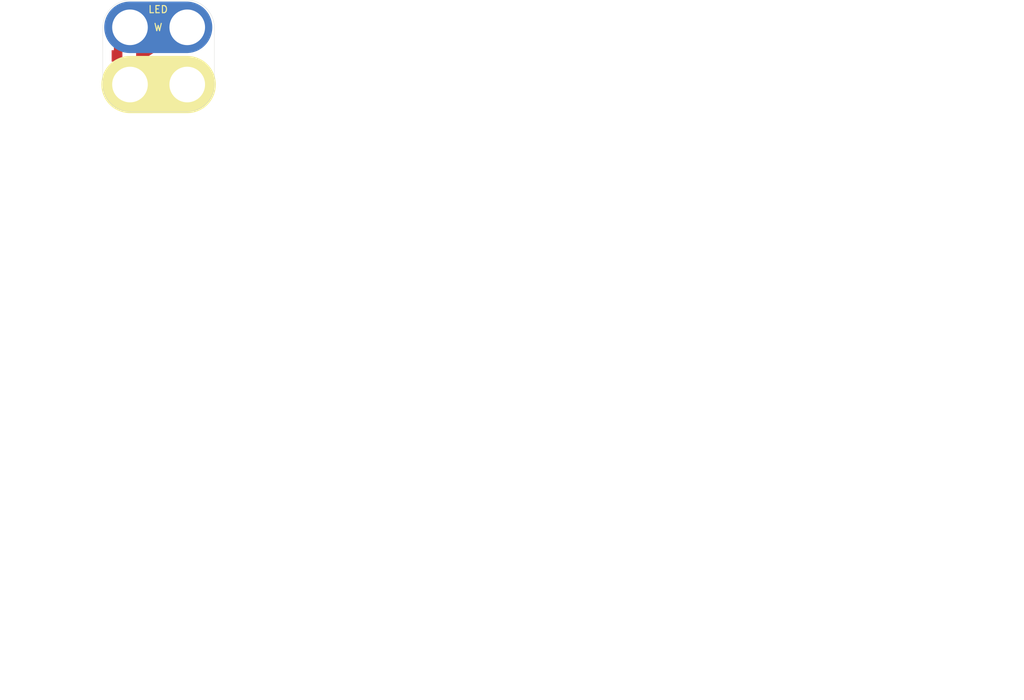
<source format=kicad_pcb>
(kicad_pcb (version 4) (host pcbnew 4.0.7-e2-6376~58~ubuntu16.04.1)

  (general
    (links 0)
    (no_connects 0)
    (area 0 0 0 0)
    (thickness 1.6)
    (drawings 2)
    (tracks 0)
    (zones 0)
    (modules 1)
    (nets 1)
  )

  (page USLetter)
  (title_block
    (title "2x2 Current-Limited White SMT LED Module")
    (date "08 May 2018")
    (rev 1.0)
    (company "All rights reserved.")
    (comment 1 help@browndoggadgets.com)
    (comment 2 http://browndoggadgets.com/)
    (comment 3 "Brown Dog Gadgets")
  )

  (layers
    (0 F.Cu signal)
    (31 B.Cu signal)
    (34 B.Paste user)
    (35 F.Paste user)
    (36 B.SilkS user)
    (37 F.SilkS user)
    (38 B.Mask user)
    (39 F.Mask user)
    (40 Dwgs.User user)
    (44 Edge.Cuts user)
    (46 B.CrtYd user)
    (47 F.CrtYd user)
    (48 B.Fab user)
    (49 F.Fab user)
  )

  (setup
    (last_trace_width 0.254)
    (user_trace_width 0.1524)
    (user_trace_width 0.254)
    (user_trace_width 0.3302)
    (user_trace_width 0.508)
    (user_trace_width 0.762)
    (user_trace_width 1.27)
    (trace_clearance 0.254)
    (zone_clearance 0.508)
    (zone_45_only no)
    (trace_min 0.1524)
    (segment_width 0.1524)
    (edge_width 0.1524)
    (via_size 0.6858)
    (via_drill 0.3302)
    (via_min_size 0.6858)
    (via_min_drill 0.3302)
    (user_via 0.6858 0.3302)
    (user_via 0.762 0.4064)
    (user_via 0.8636 0.508)
    (uvia_size 0.6858)
    (uvia_drill 0.3302)
    (uvias_allowed no)
    (uvia_min_size 0)
    (uvia_min_drill 0)
    (pcb_text_width 0.1524)
    (pcb_text_size 1.016 1.016)
    (mod_edge_width 0.1524)
    (mod_text_size 1.016 1.016)
    (mod_text_width 0.1524)
    (pad_size 1.524 1.524)
    (pad_drill 0.762)
    (pad_to_mask_clearance 0.0762)
    (solder_mask_min_width 0.1016)
    (pad_to_paste_clearance -0.0762)
    (aux_axis_origin 0 0)
    (visible_elements FFFEDF7D)
    (pcbplotparams
      (layerselection 0x310fc_80000001)
      (usegerberextensions true)
      (excludeedgelayer true)
      (linewidth 0.100000)
      (plotframeref false)
      (viasonmask false)
      (mode 1)
      (useauxorigin false)
      (hpglpennumber 1)
      (hpglpenspeed 20)
      (hpglpendiameter 15)
      (hpglpenoverlay 2)
      (psnegative false)
      (psa4output false)
      (plotreference true)
      (plotvalue true)
      (plotinvisibletext false)
      (padsonsilk false)
      (subtractmaskfromsilk false)
      (outputformat 1)
      (mirror false)
      (drillshape 0)
      (scaleselection 1)
      (outputdirectory gerbers))
  )

  (net 0 "")

  (net_class Default "This is the default net class."
    (clearance 0.254)
    (trace_width 0.254)
    (via_dia 0.6858)
    (via_drill 0.3302)
    (uvia_dia 0.6858)
    (uvia_drill 0.3302)
  )

  (module Crazy_Circuits:LED-SMT-1206-2x2-LIMITED (layer F.Cu) (tedit 595EEB3D) (tstamp 5AF330E2)
    (at 21.718 46.1)
    (descr "1206 surface mount centered 2x2")
    (path /5AF3312A)
    (fp_text reference LED1 (at 0 0) (layer F.SilkS)
      (effects (font (thickness 0.15)))
    )
    (fp_text value WHITE (at 4.1 -3.9) (layer F.Fab) hide
      (effects (font (size 1 1) (thickness 0.15)))
    )
    (fp_arc (start 0 0) (end 2.8 0) (angle 180) (layer F.Mask) (width 0.6))
    (fp_line (start 1.75 -4) (end 4 -5.5) (layer F.Cu) (width 1))
    (fp_line (start 3 -6.75) (end 3 -5.75) (layer F.Fab) (width 0.04064))
    (fp_line (start 5 -6.75) (end 3 -6.75) (layer F.Fab) (width 0.04064))
    (fp_line (start 5 -0.75) (end 5 -6.75) (layer F.Fab) (width 0.04064))
    (fp_line (start 3 -0.75) (end 5 -0.75) (layer F.Fab) (width 0.04064))
    (fp_line (start 3 -5.75) (end 3 -0.75) (layer F.Fab) (width 0.04064))
    (fp_line (start 3 -3) (end -3 -3) (layer F.Fab) (width 0.04064))
    (fp_line (start 3 -5) (end 3 -3) (layer F.Fab) (width 0.04064))
    (fp_line (start -3 -5) (end 3 -5) (layer F.Fab) (width 0.04064))
    (fp_line (start -3 -3) (end -3 -5) (layer F.Fab) (width 0.04064))
    (fp_text user - (at 4 -1.75) (layer F.Fab)
      (effects (font (size 1 1) (thickness 0.15)))
    )
    (fp_text user + (at 4 -5.75) (layer F.Fab)
      (effects (font (size 1 1) (thickness 0.15)))
    )
    (fp_text user LED (at 4 -3.75 90) (layer F.Fab)
      (effects (font (size 1 1) (thickness 0.15)))
    )
    (fp_text user RES (at 0 -4 180) (layer F.Fab)
      (effects (font (size 1 1) (thickness 0.15)))
    )
    (fp_line (start 0 0) (end 8 0) (layer F.SilkS) (width 8))
    (fp_text user %R (at 3.95 -4) (layer F.Fab) hide
      (effects (font (size 1 1) (thickness 0.15)))
    )
    (fp_line (start 0 0) (end 7.9 0) (layer B.Cu) (width 7.2))
    (fp_text user LED (at 3.936 -10.5 180) (layer F.SilkS)
      (effects (font (size 1 1) (thickness 0.15)))
    )
    (fp_line (start 0 0) (end 7.9 0) (layer B.Mask) (width 7.2))
    (fp_line (start 0 -8) (end 7.9 -8) (layer B.Cu) (width 7.2))
    (fp_line (start 0 -8) (end 7.9 -8) (layer B.Mask) (width 7.2))
    (fp_line (start 0.1 -1.15) (end 8.225 -1.15) (layer F.Cu) (width 2))
    (fp_line (start 7.9 -11.8) (end 0.1 -11.8) (layer Edge.Cuts) (width 0.04064))
    (fp_line (start 7.9 3.8) (end 0.1 3.8) (layer Edge.Cuts) (width 0.04064))
    (fp_line (start 11.8 -0.1) (end 11.8 -7.9) (layer Edge.Cuts) (width 0.04064))
    (fp_line (start -3.8 -0.1) (end -3.8 -7.9) (layer Edge.Cuts) (width 0.04064))
    (fp_arc (start 7.9 -7.9) (end 7.9 -11.8) (angle 90) (layer Edge.Cuts) (width 0.04064))
    (fp_arc (start 7.9 -0.1) (end 11.8 -0.1) (angle 90) (layer Edge.Cuts) (width 0.04064))
    (fp_arc (start 0.1 -0.1) (end 0.1 3.8) (angle 90) (layer Edge.Cuts) (width 0.04064))
    (fp_arc (start 0.1 -7.9) (end -3.8 -7.9) (angle 90) (layer Edge.Cuts) (width 0.04064))
    (fp_line (start 7.9 -11.8) (end 0.1 -11.8) (layer F.Fab) (width 0.04064))
    (fp_line (start 7.9 3.8) (end 0.1 3.8) (layer F.Fab) (width 0.04064))
    (fp_line (start 11.8 -0.1) (end 11.8 -7.9) (layer F.Fab) (width 0.04064))
    (fp_line (start -3.8 -0.1) (end -3.8 -7.9) (layer F.Fab) (width 0.04064))
    (fp_arc (start 7.9 -7.9) (end 7.9 -11.8) (angle 90) (layer F.Fab) (width 0.04064))
    (fp_arc (start 7.9 -0.1) (end 11.8 -0.1) (angle 90) (layer F.Fab) (width 0.04064))
    (fp_arc (start 0.1 -0.1) (end 0.1 3.8) (angle 90) (layer F.Fab) (width 0.04064))
    (fp_arc (start 0.1 -7.9) (end -3.8 -7.9) (angle 90) (layer F.Fab) (width 0.04064))
    (fp_line (start -1.75 -7) (end -1.75 -4) (layer F.Cu) (width 1))
    (fp_arc (start 8 0) (end 8 -2.8) (angle 270) (layer F.Mask) (width 0.6))
    (fp_arc (start 8 -8) (end 5.2 -8) (angle 270) (layer F.Mask) (width 0.6))
    (fp_arc (start 0 -8) (end -2.8 -8) (angle 180) (layer F.Mask) (width 0.6))
    (pad 1 smd rect (at -1.81 -4 90) (size 1.6 1.5) (layers F.Cu F.Paste F.Mask))
    (pad - thru_hole circle (at 0 0) (size 6 6) (drill 4.98) (layers *.Cu B.Mask))
    (pad + thru_hole circle (at 0 -8) (size 6 6) (drill 4.98) (layers *.Cu B.Mask))
    (pad + thru_hole circle (at 8 -8) (size 6 6) (drill 4.98) (layers *.Cu B.Mask))
    (pad - thru_hole circle (at 8 0) (size 6 6) (drill 4.98) (layers *.Cu B.Mask))
    (pad 3 smd rect (at 1.61 -4 90) (size 1.6 1.5) (layers F.Cu F.Paste F.Mask))
    (pad 2 smd rect (at 4 -2.04) (size 1.6 1.5) (layers F.Cu F.Paste F.Mask))
    (pad 3 smd rect (at 4 -5.46) (size 1.6 1.5) (layers F.Cu F.Paste F.Mask))
  )

  (gr_text W (at 25.654 38.1) (layer F.SilkS)
    (effects (font (size 1.016 1.016) (thickness 0.1524)))
  )
  (gr_text "FABRICATION NOTES\n\n1. THIS IS A 2 LAYER BOARD. \n2. EXTERNAL LAYERS SHALL HAVE 1 OZ COPPER.\n3. MATERIAL: FR4 AND 0.062 INCH +/- 10% THICK.\n4. BOARDS SHALL BE ROHS COMPLIANT. \n5. MANUFACTURE IN ACCORDANCE WITH IPC-6012 CLASS 2\n6. MASK: BOTH SIDES OF THE BOARD SHALL HAVE \n   SOLDER MASK (BLACK) OVER BARE COPPER. \n7. SILK: BOTH SIDES OF THE BOARD SHALL HAVE \n   WHITE SILKSCREEN. DO NOT PLACE SILK OVER BARE COPPER.\n8. FINISH: ENIG.\n9. MINIMUM TRACE WIDTH - 0.006 INCH.\n   MINIMUM SPACE - 0.006 INCH.\n   MINIMUM HOLE DIA - 0.013 INCH. \n10. MAX HOLE PLACEMENT TOLERANCE OF +/- 0.003 INCH.\n11. MAX HOLE DIAMETER TOLERANCE OF +/- 0.003 INCH AFTER PLATING." (at 3.556 97.536) (layer Dwgs.User)
    (effects (font (size 2.54 2.54) (thickness 0.254)) (justify left))
  )

)

</source>
